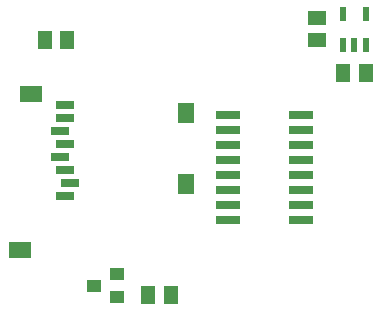
<source format=gbr>
G04 EAGLE Gerber RS-274X export*
G75*
%MOMM*%
%FSLAX34Y34*%
%LPD*%
%INSolderpaste Top*%
%IPPOS*%
%AMOC8*
5,1,8,0,0,1.08239X$1,22.5*%
G01*
%ADD10R,2.032000X0.660400*%
%ADD11R,1.900000X1.400000*%
%ADD12R,1.400000X1.800000*%
%ADD13R,1.500000X0.700000*%
%ADD14R,0.550000X1.200000*%
%ADD15R,1.300000X1.500000*%
%ADD16R,1.500000X1.300000*%
%ADD17R,1.200000X1.000000*%


D10*
X205486Y205740D03*
X266954Y205740D03*
X205486Y193040D03*
X205486Y180340D03*
X266954Y193040D03*
X266954Y180340D03*
X205486Y167640D03*
X266954Y167640D03*
X205486Y154940D03*
X266954Y154940D03*
X205486Y142240D03*
X205486Y129540D03*
X266954Y142240D03*
X266954Y129540D03*
X205486Y116840D03*
X266954Y116840D03*
D11*
X38590Y223330D03*
X29590Y91330D03*
D12*
X169590Y207330D03*
X169590Y147330D03*
D13*
X67590Y214330D03*
X67590Y203330D03*
X63590Y192330D03*
X67590Y181330D03*
X63590Y170330D03*
X67590Y159330D03*
X71590Y148330D03*
X67590Y137330D03*
D14*
X302920Y265130D03*
X312420Y265130D03*
X321920Y265130D03*
X321920Y291130D03*
X302920Y291130D03*
D15*
X321920Y241300D03*
X302920Y241300D03*
D16*
X280670Y287630D03*
X280670Y268630D03*
D15*
X50190Y269240D03*
X69190Y269240D03*
X137820Y53340D03*
X156820Y53340D03*
D17*
X91600Y60960D03*
X111600Y70460D03*
X111600Y51460D03*
M02*

</source>
